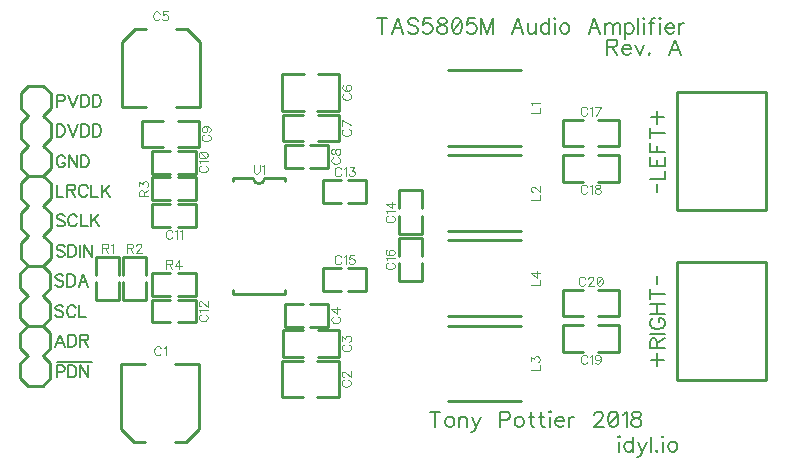
<source format=gbr>
G04 DipTrace 3.1.0.1*
G04 TAS5805Mbis2.TopSilk.gbr*
%MOIN*%
G04 #@! TF.FileFunction,Legend,Top*
G04 #@! TF.Part,Single*
%ADD10C,0.009843*%
%ADD62C,0.004632*%
%ADD63C,0.006176*%
%ADD64C,0.00772*%
%FSLAX26Y26*%
G04*
G70*
G90*
G75*
G01*
G04 TopSilk*
%LPD*%
X784081Y749042D2*
D10*
X864788Y749071D1*
X784081Y749042D2*
Y532519D1*
X827397Y489226D2*
X784081Y532519D1*
X827397Y489226D2*
X864788D1*
X963217Y749071D2*
X1043924Y749042D1*
Y532519D1*
X1000608Y489226D2*
X1043924Y532519D1*
X963217Y489226D2*
X1000608D1*
X1437625Y760866D2*
X1508491D1*
X1319514Y638819D2*
X1390381D1*
X1508491Y760866D2*
Y638819D1*
X1319514Y760866D2*
X1390381D1*
X1319514D2*
Y638819D1*
X1435659D2*
X1508491D1*
X1322221Y861703D2*
X1390977D1*
X1509721D2*
Y774203D1*
X1390977D2*
X1322221D1*
Y861703D1*
X1440965Y774203D2*
X1509721D1*
X1440965Y861703D2*
X1509721D1*
X1390196Y950441D2*
X1330192D1*
X1390196Y874441D2*
X1330192D1*
Y950441D2*
Y874441D1*
X1474192Y950441D2*
X1414187D1*
X1474192Y874441D2*
X1414187D1*
X1474192Y950441D2*
Y874441D1*
X1045892Y1605368D2*
X965185Y1605339D1*
X1045892Y1605368D2*
Y1821891D1*
X1002577Y1865183D2*
X1045892Y1821891D1*
X1002577Y1865183D2*
X965185D1*
X866757Y1605339D2*
X786050Y1605368D1*
Y1821891D1*
X829366Y1865183D2*
X786050Y1821891D1*
X866757Y1865183D2*
X829366D1*
X1439593Y1715591D2*
X1510459D1*
X1321483Y1593543D2*
X1392349D1*
X1510459Y1715591D2*
Y1593543D1*
X1321483Y1715591D2*
X1392349D1*
X1321483D2*
Y1593543D1*
X1437628D2*
X1510459D1*
X1322221Y1580207D2*
X1390977D1*
X1509721D2*
Y1492707D1*
X1390977D2*
X1322221D1*
Y1580207D1*
X1440965Y1492707D2*
X1509721D1*
X1440965Y1580207D2*
X1509721D1*
X1390196Y1479969D2*
X1330192D1*
X1390196Y1403969D2*
X1330192D1*
Y1479969D2*
Y1403969D1*
X1474192Y1479969D2*
X1414187D1*
X1474192Y1403969D2*
X1414187D1*
X1474192Y1479969D2*
Y1403969D1*
X854505Y1560522D2*
X923261D1*
X1042005D2*
Y1473022D1*
X923261D2*
X854505D1*
Y1560522D1*
X973248Y1473022D2*
X1042005D1*
X973248Y1560522D2*
X1042005D1*
X948070Y1460283D2*
X888066D1*
X948070Y1384283D2*
X888066D1*
Y1460283D2*
Y1384283D1*
X1032066Y1460283D2*
X972061D1*
X1032066Y1384283D2*
X972061D1*
X1032066Y1460283D2*
Y1384283D1*
X972061Y1207118D2*
X1032066D1*
X972061Y1283118D2*
X1032066D1*
Y1207118D2*
Y1283118D1*
X888066Y1207118D2*
X948070D1*
X888066Y1283118D2*
X948070D1*
X888066Y1207118D2*
Y1283118D1*
X948070Y964220D2*
X888066D1*
X948070Y888220D2*
X888066D1*
Y964220D2*
Y888220D1*
X1032066Y964220D2*
X972061D1*
X1032066Y888220D2*
X972061D1*
X1032066Y964220D2*
Y888220D1*
X1540958Y1285858D2*
X1600963D1*
X1540958Y1361858D2*
X1600963D1*
Y1285858D2*
Y1361858D1*
X1456963Y1285858D2*
X1516968D1*
X1456963Y1361858D2*
X1516968D1*
X1456963Y1285858D2*
Y1361858D1*
X1709467Y1243950D2*
Y1183945D1*
X1785467Y1243950D2*
Y1183945D1*
X1709467D2*
X1785467D1*
X1709467Y1327945D2*
Y1267940D1*
X1785467Y1327945D2*
Y1267940D1*
X1709467Y1327945D2*
X1785467D1*
X1540958Y992551D2*
X1600963D1*
X1540958Y1068551D2*
X1600963D1*
Y992551D2*
Y1068551D1*
X1456963Y992551D2*
X1516968D1*
X1456963Y1068551D2*
X1516968D1*
X1456963Y992551D2*
Y1068551D1*
X1785467Y1110066D2*
Y1170071D1*
X1709467Y1110066D2*
Y1170071D1*
X1785467D2*
X1709467D1*
X1785467Y1026071D2*
Y1086076D1*
X1709467Y1026071D2*
Y1086076D1*
X1785467Y1026071D2*
X1709467D1*
X2442792Y1476171D2*
X2374036D1*
X2255292D2*
Y1563671D1*
X2374036D2*
X2442792D1*
Y1476171D1*
X2324048Y1563671D2*
X2255292D1*
X2324048Y1476171D2*
X2255292D1*
X2442792Y1357274D2*
X2374036D1*
X2255292D2*
Y1444774D1*
X2374036D2*
X2442792D1*
Y1357274D1*
X2324048Y1444774D2*
X2255292D1*
X2324048Y1357274D2*
X2255292D1*
X2442792Y790344D2*
X2374036D1*
X2255292D2*
Y877844D1*
X2374036D2*
X2442792D1*
Y790344D1*
X2324048Y877844D2*
X2255292D1*
X2324048Y790344D2*
X2255292D1*
X2442792Y909242D2*
X2374036D1*
X2255292D2*
Y996742D1*
X2374036D2*
X2442792D1*
Y909242D1*
X2324048Y996742D2*
X2255292D1*
X2324048Y909242D2*
X2255292D1*
X547467Y902062D2*
Y952009D1*
Y902062D2*
X522467Y877008D1*
X472467D1*
X447467Y902062D1*
X547467Y952009D2*
X522467Y977063D1*
X547467Y1001957D1*
X472467Y1076958D2*
X447467Y1052064D1*
Y1001957D1*
X472467Y977063D1*
X447467Y952009D1*
Y926955D1*
Y902062D1*
X547467Y1001957D2*
Y1052064D1*
X522467Y1076958D1*
X472467D1*
X547467Y702062D2*
Y752009D1*
Y702062D2*
X522467Y677008D1*
X472467D1*
X447467Y702062D1*
X547467Y752009D2*
X522467Y777063D1*
X547467Y801957D1*
X472467Y876958D2*
X447467Y852064D1*
Y801957D1*
X472467Y777063D1*
X447467Y752009D1*
Y726955D1*
Y702062D1*
X547467Y801957D2*
Y852064D1*
X522467Y876958D1*
X472467D1*
X549436Y1102058D2*
Y1152008D1*
Y1102058D2*
X524436Y1077008D1*
X474436D1*
X449436Y1102058D1*
X549436Y1152008D2*
X524436Y1177058D1*
X549436Y1201958D1*
X474436Y1377008D2*
X449436Y1351958D1*
Y1302008D1*
X474436Y1276958D1*
X449436Y1252058D1*
Y1201958D1*
X474436Y1177058D1*
X449436Y1152008D1*
Y1126958D1*
Y1102058D1*
X549436Y1201958D2*
Y1252058D1*
X524436Y1276958D1*
X549436Y1302008D1*
Y1351958D1*
X524436Y1377008D1*
X474436D2*
X524436D1*
X549436Y1402058D2*
Y1452008D1*
Y1402058D2*
X524436Y1377008D1*
X474436D1*
X449436Y1402058D1*
X549436Y1452008D2*
X524436Y1477058D1*
X549436Y1501958D1*
X474436Y1677008D2*
X449436Y1651958D1*
Y1602008D1*
X474436Y1576958D1*
X449436Y1552058D1*
Y1501958D1*
X474436Y1477058D1*
X449436Y1452008D1*
Y1426958D1*
Y1402058D1*
X549436Y1501958D2*
Y1552058D1*
X524436Y1576958D1*
X549436Y1602008D1*
Y1651958D1*
X524436Y1677008D1*
X474436D2*
X524436D1*
X2637231Y1263622D2*
X2932507D1*
Y1657323D1*
X2637231D1*
Y1263622D1*
Y696693D2*
X2932507D1*
Y1090394D1*
X2637231D1*
Y696693D1*
X1873439Y1728189D2*
X2117558D1*
X1873439Y1476220D2*
X2117558D1*
X1873439Y1444724D2*
X2117558D1*
X1873439Y1192756D2*
X2117558D1*
X1873439Y877795D2*
X2117558D1*
X1873439Y625827D2*
X2117558D1*
X1873439Y1161260D2*
X2117558D1*
X1873439Y909291D2*
X2117558D1*
X777593Y1046483D2*
Y1106488D1*
X701593Y1046483D2*
Y1106488D1*
X777593D2*
X701593D1*
X777593Y962488D2*
Y1022493D1*
X701593Y962488D2*
Y1022493D1*
X777593Y962488D2*
X701593D1*
X866176Y1046483D2*
Y1106488D1*
X790176Y1046483D2*
Y1106488D1*
X866176D2*
X790176D1*
X866176Y962488D2*
Y1022493D1*
X790176Y962488D2*
Y1022493D1*
X866176Y962488D2*
X790176D1*
X972061Y1295701D2*
X1032066D1*
X972061Y1371701D2*
X1032066D1*
Y1295701D2*
Y1371701D1*
X888066Y1295701D2*
X948070D1*
X888066Y1371701D2*
X948070D1*
X888066Y1295701D2*
Y1371701D1*
X972061Y976803D2*
X1032066D1*
X972061Y1052803D2*
X1032066D1*
Y976803D2*
Y1052803D1*
X888066Y976803D2*
X948070D1*
X888066Y1052803D2*
X948070D1*
X888066Y976803D2*
Y1052803D1*
X1156910Y1370118D2*
Y1358312D1*
X1330158Y1370118D2*
Y1358312D1*
X1156910Y984291D2*
X1330158D1*
X1156910Y1370118D2*
X1223845Y1370080D1*
X1263223D2*
X1330158Y1370118D1*
X1223845Y1370080D2*
G03X1263223Y1370080I19689J89D01*
G01*
X1330158Y984291D2*
Y996098D1*
X1156910Y984291D2*
Y996098D1*
X916534Y801574D2*
D62*
X915108Y804426D1*
X912223Y807311D1*
X909371Y808737D1*
X903634D1*
X900749Y807311D1*
X897897Y804426D1*
X896438Y801574D1*
X895012Y797263D1*
Y790067D1*
X896438Y785789D1*
X897897Y782904D1*
X900749Y780052D1*
X903634Y778593D1*
X909371D1*
X912223Y780052D1*
X915108Y782904D1*
X916534Y785789D1*
X925797Y802967D2*
X928682Y804426D1*
X932993Y808704D1*
Y778593D1*
X1525829Y695924D2*
X1522977Y694498D1*
X1520092Y691613D1*
X1518666Y688761D1*
Y683024D1*
X1520092Y680139D1*
X1522977Y677287D1*
X1525829Y675828D1*
X1530140Y674402D1*
X1537336D1*
X1541614Y675828D1*
X1544499Y677287D1*
X1547351Y680139D1*
X1548810Y683024D1*
Y688761D1*
X1547351Y691613D1*
X1544499Y694498D1*
X1541614Y695924D1*
X1525862Y706646D2*
X1524436D1*
X1521551Y708072D1*
X1520125Y709498D1*
X1518699Y712383D1*
Y718120D1*
X1520125Y720972D1*
X1521551Y722398D1*
X1524436Y723857D1*
X1527288D1*
X1530173Y722398D1*
X1534451Y719546D1*
X1548810Y705187D1*
Y725283D1*
X1527059Y814034D2*
X1524207Y812608D1*
X1521322Y809723D1*
X1519896Y806871D1*
Y801134D1*
X1521322Y798249D1*
X1524207Y795397D1*
X1527059Y793938D1*
X1531370Y792512D1*
X1538566D1*
X1542844Y793938D1*
X1545729Y795397D1*
X1548581Y798249D1*
X1550040Y801134D1*
Y806871D1*
X1548581Y809723D1*
X1545729Y812608D1*
X1542844Y814034D1*
X1519930Y826183D2*
Y841934D1*
X1531404Y833346D1*
Y837657D1*
X1532829Y840508D1*
X1534255Y841934D1*
X1538566Y843394D1*
X1541418D1*
X1545729Y841934D1*
X1548614Y839082D1*
X1550040Y834771D1*
Y830460D1*
X1548614Y826183D1*
X1547155Y824757D1*
X1544303Y823298D1*
X1491530Y907809D2*
X1488678Y906383D1*
X1485793Y903498D1*
X1484367Y900646D1*
Y894909D1*
X1485793Y892024D1*
X1488678Y889172D1*
X1491530Y887713D1*
X1495841Y886287D1*
X1503037D1*
X1507315Y887713D1*
X1510200Y889172D1*
X1513052Y892024D1*
X1514511Y894909D1*
Y900646D1*
X1513052Y903498D1*
X1510200Y906383D1*
X1507315Y907809D1*
X1514511Y931432D2*
X1484400D1*
X1504463Y917073D1*
Y938595D1*
X912052Y1917716D2*
X910626Y1920568D1*
X907741Y1923453D1*
X904889Y1924879D1*
X899152D1*
X896267Y1923453D1*
X893415Y1920568D1*
X891956Y1917716D1*
X890530Y1913405D1*
Y1906209D1*
X891956Y1901931D1*
X893415Y1899046D1*
X896267Y1896194D1*
X899152Y1894735D1*
X904889D1*
X907741Y1896194D1*
X910626Y1899046D1*
X912052Y1901931D1*
X938527Y1924846D2*
X924201D1*
X922775Y1911946D1*
X924201Y1913372D1*
X928512Y1914831D1*
X932790D1*
X937101Y1913372D1*
X939986Y1910520D1*
X941412Y1906209D1*
Y1903357D1*
X939986Y1899046D1*
X937101Y1896161D1*
X932790Y1894735D1*
X928512D1*
X924201Y1896161D1*
X922775Y1897620D1*
X921316Y1900472D1*
X1527798Y1651378D2*
X1524946Y1649952D1*
X1522061Y1647067D1*
X1520635Y1644215D1*
Y1638478D1*
X1522061Y1635593D1*
X1524946Y1632741D1*
X1527797Y1631282D1*
X1532108Y1629856D1*
X1539305D1*
X1543582Y1631282D1*
X1546468Y1632741D1*
X1549319Y1635593D1*
X1550779Y1638478D1*
Y1644215D1*
X1549319Y1647067D1*
X1546468Y1649952D1*
X1543583Y1651378D1*
X1524946Y1677852D2*
X1522094Y1676426D1*
X1520668Y1672115D1*
Y1669263D1*
X1522094Y1664952D1*
X1526405Y1662067D1*
X1533568Y1660641D1*
X1540731D1*
X1546468Y1662067D1*
X1549353Y1664952D1*
X1550779Y1669263D1*
Y1670689D1*
X1549353Y1674967D1*
X1546468Y1677852D1*
X1542157Y1679278D1*
X1540731D1*
X1536420Y1677852D1*
X1533568Y1674967D1*
X1532142Y1670689D1*
Y1669263D1*
X1533568Y1664952D1*
X1536420Y1662067D1*
X1540731Y1660641D1*
X1527059Y1532538D2*
X1524207Y1531112D1*
X1521322Y1528227D1*
X1519896Y1525375D1*
Y1519638D1*
X1521322Y1516753D1*
X1524207Y1513901D1*
X1527059Y1512442D1*
X1531370Y1511016D1*
X1538566D1*
X1542844Y1512442D1*
X1545729Y1513901D1*
X1548581Y1516753D1*
X1550040Y1519638D1*
Y1525375D1*
X1548581Y1528227D1*
X1545729Y1531112D1*
X1542844Y1532538D1*
X1550040Y1547538D2*
X1519930Y1561897D1*
Y1541802D1*
X1491530Y1438066D2*
X1488678Y1436640D1*
X1485793Y1433755D1*
X1484367Y1430903D1*
Y1425167D1*
X1485793Y1422281D1*
X1488678Y1419430D1*
X1491530Y1417970D1*
X1495841Y1416544D1*
X1503037D1*
X1507315Y1417970D1*
X1510200Y1419430D1*
X1513052Y1422281D1*
X1514511Y1425166D1*
Y1430903D1*
X1513052Y1433755D1*
X1510200Y1436640D1*
X1507315Y1438066D1*
X1484400Y1454493D2*
X1485826Y1450215D1*
X1488678Y1448756D1*
X1491563D1*
X1494415Y1450215D1*
X1495874Y1453067D1*
X1497300Y1458804D1*
X1498726Y1463115D1*
X1501611Y1465967D1*
X1504463Y1467393D1*
X1508774D1*
X1511626Y1465967D1*
X1513085Y1464541D1*
X1514511Y1460230D1*
Y1454493D1*
X1513085Y1450215D1*
X1511626Y1448756D1*
X1508774Y1447330D1*
X1504463D1*
X1501611Y1448756D1*
X1498726Y1451641D1*
X1497300Y1455919D1*
X1495874Y1461656D1*
X1494415Y1464541D1*
X1491563Y1465967D1*
X1488678D1*
X1485826Y1464541D1*
X1484400Y1460230D1*
Y1454493D1*
X1059343Y1513566D2*
X1056491Y1512140D1*
X1053606Y1509255D1*
X1052180Y1506403D1*
Y1500666D1*
X1053606Y1497781D1*
X1056491Y1494929D1*
X1059343Y1493470D1*
X1063654Y1492044D1*
X1070850D1*
X1075128Y1493470D1*
X1078013Y1494929D1*
X1080865Y1497781D1*
X1082324Y1500666D1*
Y1506403D1*
X1080865Y1509255D1*
X1078013Y1512140D1*
X1075128Y1513566D1*
X1062228Y1541499D2*
X1066539Y1540040D1*
X1069424Y1537188D1*
X1070850Y1532877D1*
Y1531451D1*
X1069424Y1527140D1*
X1066539Y1524289D1*
X1062228Y1522829D1*
X1060802D1*
X1056491Y1524289D1*
X1053639Y1527140D1*
X1052213Y1531451D1*
Y1532877D1*
X1053639Y1537188D1*
X1056491Y1540040D1*
X1062228Y1541499D1*
X1069424D1*
X1076587Y1540040D1*
X1080898Y1537188D1*
X1082324Y1532877D1*
Y1530025D1*
X1080898Y1525714D1*
X1078013Y1524289D1*
X1049404Y1410135D2*
X1046552Y1408709D1*
X1043667Y1405824D1*
X1042241Y1402972D1*
Y1397235D1*
X1043667Y1394350D1*
X1046552Y1391498D1*
X1049404Y1390039D1*
X1053715Y1388613D1*
X1060911D1*
X1065189Y1390039D1*
X1068074Y1391498D1*
X1070926Y1394350D1*
X1072385Y1397235D1*
Y1402972D1*
X1070926Y1405824D1*
X1068074Y1408709D1*
X1065189Y1410135D1*
X1048011Y1419398D2*
X1046552Y1422284D1*
X1042274Y1426595D1*
X1072385Y1426594D1*
X1042274Y1444480D2*
X1043700Y1440169D1*
X1048011Y1437284D1*
X1055174Y1435858D1*
X1059485D1*
X1066648Y1437284D1*
X1070959Y1440169D1*
X1072385Y1444480D1*
Y1447332D1*
X1070959Y1451643D1*
X1066648Y1454495D1*
X1059485Y1455954D1*
X1055174D1*
X1048011Y1454495D1*
X1043700Y1451643D1*
X1042274Y1447332D1*
Y1444480D1*
X1048011Y1454495D2*
X1066648Y1437284D1*
X954367Y1189780D2*
X952941Y1192632D1*
X950056Y1195517D1*
X947204Y1196943D1*
X941467D1*
X938582Y1195517D1*
X935730Y1192632D1*
X934271Y1189780D1*
X932845Y1185469D1*
Y1178273D1*
X934271Y1173995D1*
X935730Y1171110D1*
X938582Y1168258D1*
X941467Y1166799D1*
X947204D1*
X950056Y1168258D1*
X952941Y1171110D1*
X954367Y1173995D1*
X963631Y1191173D2*
X966516Y1192632D1*
X970827Y1196910D1*
Y1166799D1*
X980090Y1191173D2*
X982975Y1192632D1*
X987286Y1196910D1*
Y1166799D1*
X1049404Y914072D2*
X1046552Y912646D1*
X1043667Y909761D1*
X1042241Y906909D1*
Y901172D1*
X1043667Y898287D1*
X1046552Y895435D1*
X1049404Y893976D1*
X1053715Y892550D1*
X1060911D1*
X1065189Y893976D1*
X1068074Y895435D1*
X1070926Y898287D1*
X1072385Y901172D1*
Y906909D1*
X1070926Y909761D1*
X1068074Y912646D1*
X1065189Y914072D1*
X1048011Y923335D2*
X1046552Y926221D1*
X1042274Y930532D1*
X1072385D1*
X1049437Y941254D2*
X1048011D1*
X1045126Y942680D1*
X1043700Y944106D1*
X1042274Y946991D1*
Y952728D1*
X1043700Y955580D1*
X1045126Y957006D1*
X1048011Y958465D1*
X1050863D1*
X1053748Y957006D1*
X1058026Y954154D1*
X1072385Y939795D1*
Y959891D1*
X1516815Y1398629D2*
X1515389Y1401481D1*
X1512504Y1404366D1*
X1509652Y1405792D1*
X1503915D1*
X1501030Y1404366D1*
X1498178Y1401481D1*
X1496719Y1398629D1*
X1495293Y1394318D1*
Y1387122D1*
X1496719Y1382844D1*
X1498178Y1379959D1*
X1501030Y1377107D1*
X1503915Y1375648D1*
X1509652D1*
X1512504Y1377107D1*
X1515389Y1379959D1*
X1516815Y1382844D1*
X1526078Y1400022D2*
X1528963Y1401481D1*
X1533274Y1405759D1*
Y1375648D1*
X1545423Y1405759D2*
X1561175D1*
X1552586Y1394285D1*
X1556897D1*
X1559749Y1392859D1*
X1561175Y1391433D1*
X1562634Y1387122D1*
Y1384270D1*
X1561175Y1379959D1*
X1558323Y1377074D1*
X1554012Y1375648D1*
X1549701D1*
X1545423Y1377074D1*
X1543997Y1378533D1*
X1542538Y1381385D1*
X1672696Y1243083D2*
X1669844Y1241657D1*
X1666959Y1238772D1*
X1665533Y1235920D1*
Y1230184D1*
X1666959Y1227298D1*
X1669844Y1224447D1*
X1672696Y1222987D1*
X1677007Y1221561D1*
X1684203D1*
X1688481Y1222987D1*
X1691366Y1224447D1*
X1694218Y1227298D1*
X1695677Y1230183D1*
Y1235920D1*
X1694218Y1238772D1*
X1691366Y1241657D1*
X1688481Y1243083D1*
X1671304Y1252347D2*
X1669844Y1255232D1*
X1665567Y1259543D1*
X1695677D1*
Y1283166D2*
X1665567D1*
X1685629Y1268806D1*
Y1290328D1*
X1516815Y1105322D2*
X1515389Y1108174D1*
X1512504Y1111059D1*
X1509652Y1112485D1*
X1503915D1*
X1501030Y1111059D1*
X1498178Y1108174D1*
X1496719Y1105322D1*
X1495293Y1101011D1*
Y1093815D1*
X1496719Y1089537D1*
X1498178Y1086652D1*
X1501030Y1083800D1*
X1503915Y1082341D1*
X1509652D1*
X1512504Y1083800D1*
X1515389Y1086652D1*
X1516815Y1089537D1*
X1526078Y1106715D2*
X1528963Y1108174D1*
X1533274Y1112452D1*
Y1082341D1*
X1559749Y1112452D2*
X1545423D1*
X1543997Y1099552D1*
X1545423Y1100978D1*
X1549734Y1102437D1*
X1554012D1*
X1558323Y1100978D1*
X1561208Y1098126D1*
X1562634Y1093815D1*
Y1090963D1*
X1561208Y1086652D1*
X1558323Y1083767D1*
X1554012Y1082341D1*
X1549734D1*
X1545423Y1083767D1*
X1543997Y1085226D1*
X1542538Y1088078D1*
X1672696Y1086652D2*
X1669844Y1085226D1*
X1666959Y1082341D1*
X1665533Y1079489D1*
Y1073752D1*
X1666959Y1070867D1*
X1669844Y1068015D1*
X1672696Y1066556D1*
X1677007Y1065130D1*
X1684203D1*
X1688481Y1066556D1*
X1691366Y1068015D1*
X1694218Y1070867D1*
X1695677Y1073752D1*
Y1079489D1*
X1694218Y1082341D1*
X1691366Y1085226D1*
X1688481Y1086652D1*
X1671304Y1095915D2*
X1669844Y1098800D1*
X1665567Y1103112D1*
X1695677Y1103111D1*
X1669844Y1129586D2*
X1666993Y1128160D1*
X1665567Y1123849D1*
Y1120997D1*
X1666993Y1116686D1*
X1671304Y1113801D1*
X1678466Y1112375D1*
X1685629D1*
X1691366Y1113801D1*
X1694251Y1116686D1*
X1695677Y1120997D1*
Y1122423D1*
X1694251Y1126701D1*
X1691366Y1129586D1*
X1687055Y1131012D1*
X1685629D1*
X1681318Y1129586D1*
X1678466Y1126701D1*
X1677041Y1122423D1*
Y1120997D1*
X1678466Y1116686D1*
X1681318Y1113801D1*
X1685629Y1112375D1*
X2336893Y1600442D2*
X2335467Y1603294D1*
X2332582Y1606179D1*
X2329730Y1607605D1*
X2323993D1*
X2321108Y1606179D1*
X2318256Y1603294D1*
X2316797Y1600442D1*
X2315371Y1596131D1*
Y1588935D1*
X2316797Y1584657D1*
X2318256Y1581772D1*
X2321108Y1578920D1*
X2323993Y1577461D1*
X2329730D1*
X2332582Y1578920D1*
X2335467Y1581772D1*
X2336893Y1584657D1*
X2346157Y1601835D2*
X2349042Y1603294D1*
X2353353Y1607572D1*
Y1577461D1*
X2368354D2*
X2382713Y1607572D1*
X2362617D1*
X2336910Y1339935D2*
X2335484Y1342787D1*
X2332599Y1345672D1*
X2329747Y1347098D1*
X2324010D1*
X2321125Y1345672D1*
X2318273Y1342787D1*
X2316814Y1339935D1*
X2315388Y1335624D1*
Y1328428D1*
X2316814Y1324150D1*
X2318273Y1321265D1*
X2321125Y1318414D1*
X2324010Y1316954D1*
X2329747D1*
X2332599Y1318414D1*
X2335484Y1321265D1*
X2336910Y1324150D1*
X2346174Y1341328D2*
X2349059Y1342787D1*
X2353370Y1347065D1*
Y1316954D1*
X2369796Y1347065D2*
X2365518Y1345639D1*
X2364059Y1342787D1*
Y1339902D1*
X2365518Y1337050D1*
X2368370Y1335591D1*
X2374107Y1334165D1*
X2378418Y1332739D1*
X2381270Y1329854D1*
X2382696Y1327002D1*
Y1322691D1*
X2381270Y1319839D1*
X2379844Y1318380D1*
X2375533Y1316954D1*
X2369796D1*
X2365518Y1318380D1*
X2364059Y1319839D1*
X2362633Y1322691D1*
Y1327002D1*
X2364059Y1329854D1*
X2366944Y1332739D1*
X2371222Y1334165D1*
X2376959Y1335591D1*
X2379844Y1337050D1*
X2381270Y1339902D1*
Y1342787D1*
X2379844Y1345639D1*
X2375533Y1347065D1*
X2369796D1*
X2337606Y773006D2*
X2336180Y775858D1*
X2333295Y778743D1*
X2330443Y780169D1*
X2324706D1*
X2321821Y778743D1*
X2318969Y775858D1*
X2317510Y773006D1*
X2316084Y768695D1*
Y761499D1*
X2317510Y757221D1*
X2318969Y754336D1*
X2321821Y751484D1*
X2324706Y750025D1*
X2330443D1*
X2333295Y751484D1*
X2336180Y754336D1*
X2337606Y757221D1*
X2346870Y774399D2*
X2349755Y775858D1*
X2354066Y780136D1*
Y750025D1*
X2382000Y770121D2*
X2380540Y765810D1*
X2377689Y762925D1*
X2373378Y761499D1*
X2371952D1*
X2367641Y762925D1*
X2364789Y765810D1*
X2363330Y770121D1*
Y771547D1*
X2364789Y775858D1*
X2367641Y778710D1*
X2371952Y780136D1*
X2373378D1*
X2377689Y778710D1*
X2380540Y775858D1*
X2382000Y770121D1*
Y762925D1*
X2380540Y755762D1*
X2377689Y751451D1*
X2373378Y750025D1*
X2370526D1*
X2366215Y751451D1*
X2364789Y754336D1*
X2330443Y1033513D2*
X2329017Y1036365D1*
X2326132Y1039250D1*
X2323280Y1040676D1*
X2317544D1*
X2314658Y1039250D1*
X2311807Y1036365D1*
X2310347Y1033513D1*
X2308921Y1029202D1*
Y1022006D1*
X2310347Y1017728D1*
X2311807Y1014843D1*
X2314658Y1011991D1*
X2317544Y1010532D1*
X2323280D1*
X2326132Y1011991D1*
X2329017Y1014843D1*
X2330443Y1017728D1*
X2341166Y1033480D2*
Y1034906D1*
X2342592Y1037791D1*
X2344018Y1039217D1*
X2346903Y1040643D1*
X2352640D1*
X2355492Y1039217D1*
X2356918Y1037791D1*
X2358377Y1034906D1*
Y1032054D1*
X2356918Y1029169D1*
X2354066Y1024891D1*
X2339707Y1010532D1*
X2359803D1*
X2377689Y1040643D2*
X2373378Y1039217D1*
X2370492Y1034906D1*
X2369067Y1027743D1*
Y1023432D1*
X2370492Y1016269D1*
X2373378Y1011958D1*
X2377689Y1010532D1*
X2380540D1*
X2384851Y1011958D1*
X2387703Y1016269D1*
X2389163Y1023432D1*
Y1027743D1*
X2387703Y1034906D1*
X2384851Y1039217D1*
X2380540Y1040643D1*
X2377689D1*
X2387703Y1034906D2*
X2370492Y1016269D1*
X2149375Y1585370D2*
X2179519D1*
Y1602580D1*
X2155145Y1611844D2*
X2153686Y1614729D1*
X2149408Y1619040D1*
X2179519D1*
X2149375Y1295455D2*
X2179519D1*
Y1312666D1*
X2156571Y1323389D2*
X2155145D1*
X2152260Y1324815D1*
X2150834Y1326241D1*
X2149408Y1329126D1*
Y1334863D1*
X2150834Y1337714D1*
X2152260Y1339140D1*
X2155145Y1340599D1*
X2157997D1*
X2160882Y1339140D1*
X2165160Y1336288D1*
X2179519Y1321929D1*
Y1342025D1*
X2149375Y728526D2*
X2179519D1*
Y745737D1*
X2149408Y757885D2*
Y773637D1*
X2160882Y765048D1*
Y769359D1*
X2162308Y772211D1*
X2163734Y773637D1*
X2168045Y775096D1*
X2170897D1*
X2175208Y773637D1*
X2178093Y770785D1*
X2179519Y766474D1*
Y762163D1*
X2178093Y757885D1*
X2176634Y756459D1*
X2173782Y755000D1*
X2149375Y1011278D2*
X2179519D1*
Y1028488D1*
Y1052111D2*
X2149408D1*
X2169471Y1037752D1*
Y1059274D1*
X721315Y1136063D2*
X734215D1*
X738526Y1137522D1*
X739985Y1138948D1*
X741411Y1141800D1*
Y1144685D1*
X739985Y1147537D1*
X738526Y1148996D1*
X734215Y1150422D1*
X721315D1*
Y1120278D1*
X731363Y1136063D2*
X741411Y1120278D1*
X750675Y1144652D2*
X753560Y1146111D1*
X757871Y1150389D1*
Y1120278D1*
X803448Y1136063D2*
X816348D1*
X820659Y1137522D1*
X822118Y1138948D1*
X823544Y1141800D1*
Y1144685D1*
X822118Y1147537D1*
X820659Y1148996D1*
X816348Y1150422D1*
X803448D1*
Y1120278D1*
X813496Y1136063D2*
X823544Y1120278D1*
X834267Y1143226D2*
Y1144652D1*
X835693Y1147537D1*
X837119Y1148963D1*
X840004Y1150389D1*
X845741D1*
X848593Y1148963D1*
X850019Y1147537D1*
X851478Y1144652D1*
Y1141800D1*
X850019Y1138915D1*
X847167Y1134637D1*
X832808Y1120278D1*
X852904D1*
X858491Y1308973D2*
Y1321873D1*
X857032Y1326184D1*
X855606Y1327643D1*
X852754Y1329069D1*
X849869D1*
X847017Y1327643D1*
X845558Y1326184D1*
X844132Y1321873D1*
Y1308973D1*
X874276D1*
X858491Y1319021D2*
X874276Y1329069D1*
X844165Y1341218D2*
Y1356970D1*
X855639Y1348381D1*
Y1352692D1*
X857065Y1355544D1*
X858491Y1356969D1*
X862802Y1358429D1*
X865654D1*
X869965Y1356969D1*
X872850Y1354118D1*
X874276Y1349807D1*
Y1345496D1*
X872850Y1341218D1*
X871391Y1339792D1*
X868539Y1338333D1*
X934625Y1082378D2*
X947525D1*
X951836Y1083837D1*
X953295Y1085263D1*
X954721Y1088115D1*
Y1091000D1*
X953295Y1093852D1*
X951836Y1095311D1*
X947525Y1096737D1*
X934625D1*
Y1066593D1*
X944673Y1082378D2*
X954721Y1066593D1*
X978343D2*
Y1096704D1*
X963984Y1076641D1*
X985506D1*
X1225256Y1414052D2*
Y1392530D1*
X1226682Y1388219D1*
X1229567Y1385367D1*
X1233878Y1383908D1*
X1236730D1*
X1241041Y1385367D1*
X1243926Y1388219D1*
X1245352Y1392530D1*
Y1414052D1*
X1254616Y1408282D2*
X1257501Y1409741D1*
X1261812Y1414019D1*
Y1383908D1*
X568758Y1625372D2*
D63*
X586003D1*
X591706Y1627273D1*
X593652Y1629219D1*
X595553Y1633021D1*
Y1638769D1*
X593652Y1642572D1*
X591706Y1644517D1*
X586003Y1646419D1*
X568758D1*
Y1606227D1*
X607905Y1646419D2*
X623203Y1606227D1*
X638502Y1646419D1*
X650853D2*
Y1606227D1*
X664250D1*
X669998Y1608172D1*
X673845Y1611975D1*
X675747Y1615821D1*
X677648Y1621525D1*
Y1631120D1*
X675747Y1636868D1*
X673845Y1640671D1*
X669998Y1644517D1*
X664250Y1646419D1*
X650853D1*
X689999D2*
Y1606227D1*
X703397D1*
X709145Y1608172D1*
X712991Y1611975D1*
X714893Y1615821D1*
X716794Y1621525D1*
Y1631120D1*
X714893Y1636868D1*
X712991Y1640671D1*
X709145Y1644517D1*
X703397Y1646419D1*
X689999D1*
X568758Y1547993D2*
Y1507801D1*
X582156D1*
X587904Y1509747D1*
X591751Y1513549D1*
X593652Y1517396D1*
X595553Y1523100D1*
Y1532695D1*
X593652Y1538443D1*
X591751Y1542245D1*
X587904Y1546092D1*
X582156Y1547993D1*
X568758D1*
X607905D2*
X623203Y1507801D1*
X638502Y1547993D1*
X650853D2*
Y1507801D1*
X664250D1*
X669998Y1509747D1*
X673845Y1513549D1*
X675747Y1517396D1*
X677648Y1523100D1*
Y1532695D1*
X675747Y1538443D1*
X673845Y1542245D1*
X669998Y1546092D1*
X664250Y1547993D1*
X650853D1*
X689999D2*
Y1507801D1*
X703397D1*
X709145Y1509747D1*
X712991Y1513549D1*
X714893Y1517396D1*
X716794Y1523100D1*
Y1532695D1*
X714893Y1538443D1*
X712991Y1542245D1*
X709145Y1546092D1*
X703397Y1547993D1*
X689999D1*
X597454Y1436081D2*
X595553Y1439883D1*
X591706Y1443730D1*
X587904Y1445631D1*
X580255D1*
X576408Y1443730D1*
X572605Y1439883D1*
X570660Y1436081D1*
X568758Y1430333D1*
Y1420738D1*
X570660Y1415034D1*
X572605Y1411187D1*
X576408Y1407385D1*
X580255Y1405439D1*
X587904D1*
X591706Y1407385D1*
X595553Y1411187D1*
X597454Y1415034D1*
Y1420738D1*
X587904D1*
X636600Y1445631D2*
Y1405439D1*
X609806Y1445631D1*
Y1405439D1*
X648952Y1445631D2*
Y1405439D1*
X662349D1*
X668097Y1407385D1*
X671944Y1411187D1*
X673845Y1415034D1*
X675747Y1420738D1*
Y1430333D1*
X673845Y1436081D1*
X671944Y1439883D1*
X668097Y1443730D1*
X662349Y1445631D1*
X648952D1*
X568758Y1347206D2*
Y1307014D1*
X591706D1*
X604058Y1328061D2*
X621258D1*
X627006Y1330006D1*
X628951Y1331907D1*
X630852Y1335710D1*
Y1339557D1*
X628951Y1343359D1*
X627006Y1345305D1*
X621258Y1347206D1*
X604058D1*
Y1307014D1*
X617455Y1328061D2*
X630852Y1307014D1*
X671900Y1337655D2*
X669998Y1341458D1*
X666152Y1345305D1*
X662349Y1347206D1*
X654700D1*
X650853Y1345305D1*
X647051Y1341458D1*
X645105Y1337655D1*
X643204Y1331907D1*
Y1322313D1*
X645105Y1316609D1*
X647051Y1312762D1*
X650853Y1308959D1*
X654700Y1307014D1*
X662349D1*
X666152Y1308959D1*
X669998Y1312762D1*
X671900Y1316609D1*
X684251Y1347206D2*
Y1307014D1*
X707199D1*
X719550Y1347206D2*
Y1307014D1*
X746345Y1347206D2*
X719550Y1320411D1*
X729101Y1330006D2*
X746345Y1307014D1*
X595553Y1243033D2*
X591751Y1246880D1*
X586003Y1248781D1*
X578353D1*
X572605Y1246880D1*
X568758Y1243033D1*
Y1239230D1*
X570704Y1235383D1*
X572605Y1233482D1*
X576408Y1231581D1*
X587904Y1227734D1*
X591751Y1225833D1*
X593652Y1223887D1*
X595553Y1220085D1*
Y1214337D1*
X591751Y1210534D1*
X586003Y1208589D1*
X578353D1*
X572605Y1210534D1*
X568758Y1214337D1*
X636600Y1239230D2*
X634699Y1243033D1*
X630852Y1246880D1*
X627050Y1248781D1*
X619401D1*
X615554Y1246880D1*
X611751Y1243033D1*
X609806Y1239230D1*
X607905Y1233482D1*
Y1223887D1*
X609806Y1218184D1*
X611751Y1214337D1*
X615554Y1210534D1*
X619401Y1208589D1*
X627050D1*
X630852Y1210534D1*
X634699Y1214337D1*
X636600Y1218184D1*
X648952Y1248781D2*
Y1208589D1*
X671900D1*
X684251Y1248781D2*
Y1208589D1*
X711046Y1248781D2*
X684251Y1221986D1*
X693802Y1231581D2*
X711046Y1208589D1*
X595553Y1140671D2*
X591751Y1144517D1*
X586003Y1146419D1*
X578353D1*
X572605Y1144517D1*
X568758Y1140671D1*
Y1136868D1*
X570704Y1133021D1*
X572605Y1131120D1*
X576408Y1129219D1*
X587904Y1125372D1*
X591751Y1123471D1*
X593652Y1121525D1*
X595553Y1117723D1*
Y1111975D1*
X591751Y1108172D1*
X586003Y1106227D1*
X578353D1*
X572605Y1108172D1*
X568758Y1111975D1*
X607905Y1146419D2*
Y1106227D1*
X621302D1*
X627050Y1108172D1*
X630897Y1111975D1*
X632798Y1115821D1*
X634699Y1121525D1*
Y1131120D1*
X632798Y1136868D1*
X630897Y1140671D1*
X627050Y1144517D1*
X621302Y1146419D1*
X607905D1*
X647051D2*
Y1106227D1*
X686197Y1146419D2*
Y1106227D1*
X659402Y1146419D1*
Y1106227D1*
X591616Y1042245D2*
X587814Y1046092D1*
X582066Y1047993D1*
X574416D1*
X568668Y1046092D1*
X564821Y1042245D1*
Y1038443D1*
X566767Y1034596D1*
X568668Y1032695D1*
X572471Y1030794D1*
X583967Y1026947D1*
X587814Y1025046D1*
X589715Y1023100D1*
X591616Y1019297D1*
Y1013549D1*
X587814Y1009747D1*
X582066Y1007801D1*
X574416D1*
X568668Y1009747D1*
X564821Y1013549D1*
X603968Y1047993D2*
Y1007801D1*
X617365D1*
X623113Y1009747D1*
X626960Y1013549D1*
X628861Y1017396D1*
X630762Y1023100D1*
Y1032695D1*
X628861Y1038443D1*
X626960Y1042245D1*
X623113Y1046092D1*
X617365Y1047993D1*
X603968D1*
X673755Y1007801D2*
X658412Y1047993D1*
X643114Y1007801D1*
X648862Y1021199D2*
X668007D1*
X591616Y939883D2*
X587814Y943730D1*
X582066Y945631D1*
X574416D1*
X568668Y943730D1*
X564821Y939883D1*
Y936081D1*
X566767Y932234D1*
X568668Y930333D1*
X572471Y928431D1*
X583967Y924585D1*
X587814Y922683D1*
X589715Y920738D1*
X591616Y916935D1*
Y911187D1*
X587814Y907385D1*
X582066Y905439D1*
X574416D1*
X568668Y907385D1*
X564821Y911187D1*
X632663Y936081D2*
X630762Y939883D1*
X626915Y943730D1*
X623113Y945631D1*
X615464D1*
X611617Y943730D1*
X607814Y939883D1*
X605869Y936081D1*
X603968Y930333D1*
Y920738D1*
X605869Y915034D1*
X607814Y911187D1*
X611617Y907385D1*
X615464Y905439D1*
X623113D1*
X626915Y907385D1*
X630762Y911187D1*
X632663Y915034D1*
X645015Y945631D2*
Y905439D1*
X667963D1*
X595463Y807014D2*
X580120Y847206D1*
X564821Y807014D1*
X570569Y820411D2*
X589715D1*
X607814Y847206D2*
Y807014D1*
X621212D1*
X626960Y808959D1*
X630806Y812762D1*
X632708Y816609D1*
X634609Y822313D1*
Y831907D1*
X632708Y837655D1*
X630806Y841458D1*
X626960Y845305D1*
X621212Y847206D1*
X607814D1*
X646960Y828061D2*
X664160D1*
X669908Y830006D1*
X671854Y831907D1*
X673755Y835710D1*
Y839557D1*
X671854Y843359D1*
X669908Y845305D1*
X664160Y847206D1*
X646960D1*
Y807014D1*
X660358Y828061D2*
X673755Y807014D1*
X568758Y723797D2*
X586003D1*
X591706Y725698D1*
X593652Y727644D1*
X595553Y731446D1*
Y737195D1*
X593652Y740997D1*
X591706Y742943D1*
X586003Y744844D1*
X568758D1*
Y704652D1*
X607905Y744844D2*
Y704652D1*
X621302D1*
X627050Y706597D1*
X630897Y710400D1*
X632798Y714247D1*
X634699Y719950D1*
Y729545D1*
X632798Y735293D1*
X630897Y739096D1*
X627050Y742943D1*
X621302Y744844D1*
X607905D1*
X673845D2*
Y704652D1*
X647051Y744844D1*
Y704652D1*
X568758Y755323D2*
X686197D1*
X1653978Y1901310D2*
D64*
Y1851070D1*
X1637231Y1901310D2*
X1670725D1*
X1724466Y1851070D2*
X1705287Y1901310D1*
X1686164Y1851070D1*
X1693349Y1867817D2*
X1717281D1*
X1773398Y1894125D2*
X1768645Y1898934D1*
X1761460Y1901310D1*
X1751898D1*
X1744713Y1898934D1*
X1739905Y1894125D1*
Y1889372D1*
X1742337Y1884564D1*
X1744713Y1882187D1*
X1749466Y1879810D1*
X1763837Y1875002D1*
X1768645Y1872625D1*
X1771022Y1870194D1*
X1773398Y1865440D1*
Y1858255D1*
X1768645Y1853502D1*
X1761460Y1851070D1*
X1751898D1*
X1744713Y1853502D1*
X1739905Y1858255D1*
X1817522Y1901255D2*
X1793646D1*
X1791269Y1879755D1*
X1793646Y1882132D1*
X1800831Y1884564D1*
X1807961D1*
X1815146Y1882132D1*
X1819954Y1877379D1*
X1822331Y1870194D1*
Y1865440D1*
X1819954Y1858255D1*
X1815146Y1853447D1*
X1807961Y1851070D1*
X1800831D1*
X1793646Y1853447D1*
X1791269Y1855879D1*
X1788837Y1860632D1*
X1849708Y1901255D2*
X1842578Y1898878D1*
X1840147Y1894125D1*
Y1889317D1*
X1842578Y1884564D1*
X1847332Y1882132D1*
X1856893Y1879755D1*
X1864078Y1877379D1*
X1868831Y1872570D1*
X1871208Y1867817D1*
Y1860632D1*
X1868831Y1855879D1*
X1866455Y1853447D1*
X1859270Y1851070D1*
X1849708D1*
X1842578Y1853447D1*
X1840147Y1855879D1*
X1837770Y1860632D1*
Y1867817D1*
X1840147Y1872570D1*
X1844955Y1877379D1*
X1852085Y1879755D1*
X1861646Y1882132D1*
X1866455Y1884564D1*
X1868831Y1889317D1*
Y1894125D1*
X1866455Y1898878D1*
X1859270Y1901255D1*
X1849708D1*
X1901017D2*
X1893832Y1898878D1*
X1889024Y1891693D1*
X1886647Y1879755D1*
Y1872570D1*
X1889024Y1860632D1*
X1893832Y1853447D1*
X1901017Y1851070D1*
X1905771D1*
X1912956Y1853447D1*
X1917709Y1860632D1*
X1920141Y1872570D1*
Y1879755D1*
X1917709Y1891693D1*
X1912956Y1898878D1*
X1905771Y1901255D1*
X1901017D1*
X1917709Y1891693D2*
X1889024Y1860632D1*
X1964265Y1901255D2*
X1940388D1*
X1938012Y1879755D1*
X1940388Y1882132D1*
X1947573Y1884564D1*
X1954703D1*
X1961888Y1882132D1*
X1966697Y1877379D1*
X1969073Y1870194D1*
Y1865440D1*
X1966697Y1858255D1*
X1961888Y1853447D1*
X1954703Y1851070D1*
X1947573D1*
X1940388Y1853447D1*
X1938012Y1855879D1*
X1935580Y1860632D1*
X2022759Y1851070D2*
Y1901310D1*
X2003636Y1851070D1*
X1984512Y1901310D1*
Y1851070D1*
X2125101D2*
X2105922Y1901310D1*
X2086799Y1851070D1*
X2093984Y1867817D2*
X2117916D1*
X2140540Y1884564D2*
Y1860632D1*
X2142917Y1853502D1*
X2147725Y1851070D1*
X2154910D1*
X2159663Y1853502D1*
X2166849Y1860632D1*
Y1884564D2*
Y1851070D1*
X2210973Y1901310D2*
Y1851070D1*
Y1877379D2*
X2206219Y1882187D1*
X2201411Y1884564D1*
X2194226D1*
X2189473Y1882187D1*
X2184664Y1877379D1*
X2182288Y1870194D1*
Y1865440D1*
X2184664Y1858255D1*
X2189473Y1853502D1*
X2194226Y1851070D1*
X2201411D1*
X2206219Y1853502D1*
X2210973Y1858255D1*
X2226412Y1901310D2*
X2228789Y1898934D1*
X2231220Y1901310D1*
X2228789Y1903742D1*
X2226412Y1901310D1*
X2228789Y1884564D2*
Y1851070D1*
X2258598Y1884564D2*
X2253845Y1882187D1*
X2249036Y1877379D1*
X2246660Y1870194D1*
Y1865440D1*
X2249036Y1858255D1*
X2253845Y1853502D1*
X2258598Y1851070D1*
X2265783D1*
X2270591Y1853502D1*
X2275344Y1858255D1*
X2277776Y1865440D1*
Y1870194D1*
X2275344Y1877379D1*
X2270591Y1882187D1*
X2265783Y1884564D1*
X2258598D1*
X2380118Y1851070D2*
X2360940Y1901310D1*
X2341817Y1851070D1*
X2349002Y1867817D2*
X2372933D1*
X2395558Y1884564D2*
Y1851070D1*
Y1875002D2*
X2402743Y1882187D1*
X2407551Y1884564D1*
X2414681D1*
X2419489Y1882187D1*
X2421866Y1875002D1*
Y1851070D1*
Y1875002D2*
X2429051Y1882187D1*
X2433859Y1884564D1*
X2440989D1*
X2445798Y1882187D1*
X2448229Y1875002D1*
Y1851070D1*
X2463669Y1884564D2*
Y1834324D1*
Y1877379D2*
X2468477Y1882132D1*
X2473230Y1884564D1*
X2480415D1*
X2485224Y1882132D1*
X2489977Y1877379D1*
X2492409Y1870194D1*
Y1865385D1*
X2489977Y1858255D1*
X2485224Y1853447D1*
X2480415Y1851070D1*
X2473230D1*
X2468477Y1853447D1*
X2463669Y1858255D1*
X2507848Y1901310D2*
Y1851070D1*
X2523287Y1901310D2*
X2525664Y1898934D1*
X2528096Y1901310D1*
X2525664Y1903742D1*
X2523287Y1901310D1*
X2525664Y1884564D2*
Y1851070D1*
X2562658Y1901310D2*
X2557905D1*
X2553097Y1898934D1*
X2550720Y1891749D1*
Y1851070D1*
X2543535Y1884564D2*
X2560282D1*
X2578098Y1901310D2*
X2580474Y1898934D1*
X2582906Y1901310D1*
X2580474Y1903742D1*
X2578098Y1901310D1*
X2580474Y1884564D2*
Y1851070D1*
X2598345Y1870194D2*
X2627030D1*
Y1875002D1*
X2624654Y1879810D1*
X2622277Y1882187D1*
X2617469Y1884564D1*
X2610283D1*
X2605530Y1882187D1*
X2600722Y1877379D1*
X2598345Y1870194D1*
Y1865440D1*
X2600722Y1858255D1*
X2605530Y1853502D1*
X2610283Y1851070D1*
X2617469D1*
X2622277Y1853502D1*
X2627030Y1858255D1*
X2642469Y1884564D2*
Y1851070D1*
Y1870194D2*
X2644901Y1877379D1*
X2649654Y1882187D1*
X2654463Y1884564D1*
X2661648D1*
X1831143Y590287D2*
Y540047D1*
X1814397Y590287D2*
X1847890D1*
X1875267Y573540D2*
X1870514Y571163D1*
X1865706Y566355D1*
X1863329Y559170D1*
Y554417D1*
X1865706Y547232D1*
X1870514Y542479D1*
X1875267Y540047D1*
X1882452D1*
X1887261Y542479D1*
X1892014Y547232D1*
X1894446Y554417D1*
Y559170D1*
X1892014Y566355D1*
X1887261Y571163D1*
X1882452Y573540D1*
X1875267D1*
X1909885D2*
Y540047D1*
Y563978D2*
X1917070Y571163D1*
X1921879Y573540D1*
X1929008D1*
X1933817Y571163D1*
X1936193Y563978D1*
Y540047D1*
X1954065Y573540D2*
X1968379Y540047D1*
X1963626Y530485D1*
X1958818Y525677D1*
X1954065Y523300D1*
X1951633D1*
X1982749Y573540D2*
X1968379Y540047D1*
X2046790Y563978D2*
X2068345D1*
X2075475Y566355D1*
X2077906Y568787D1*
X2080283Y573540D1*
Y580725D1*
X2077906Y585478D1*
X2075475Y587910D1*
X2068345Y590287D1*
X2046790D1*
Y540047D1*
X2107660Y573540D2*
X2102907Y571163D1*
X2098099Y566355D1*
X2095722Y559170D1*
Y554417D1*
X2098099Y547232D1*
X2102907Y542479D1*
X2107660Y540047D1*
X2114845D1*
X2119654Y542479D1*
X2124407Y547232D1*
X2126839Y554417D1*
Y559170D1*
X2124407Y566355D1*
X2119654Y571163D1*
X2114845Y573540D1*
X2107660D1*
X2149463Y590287D2*
Y549608D1*
X2151840Y542479D1*
X2156648Y540047D1*
X2161401D1*
X2142278Y573540D2*
X2159025D1*
X2184026Y590287D2*
Y549608D1*
X2186402Y542479D1*
X2191211Y540047D1*
X2195964D1*
X2176841Y573540D2*
X2193587D1*
X2211403Y590287D2*
X2213780Y587910D1*
X2216212Y590287D1*
X2213780Y592719D1*
X2211403Y590287D1*
X2213780Y573540D2*
Y540047D1*
X2231651Y559170D2*
X2260336D1*
Y563978D1*
X2257959Y568787D1*
X2255583Y571163D1*
X2250774Y573540D1*
X2243589D1*
X2238836Y571163D1*
X2234028Y566355D1*
X2231651Y559170D1*
Y554417D1*
X2234028Y547232D1*
X2238836Y542479D1*
X2243589Y540047D1*
X2250774D1*
X2255583Y542479D1*
X2260336Y547232D1*
X2275775Y573540D2*
Y540047D1*
Y559170D2*
X2278207Y566355D1*
X2282960Y571163D1*
X2287769Y573540D1*
X2294954D1*
X2361426Y578293D2*
Y580670D1*
X2363802Y585478D1*
X2366179Y587855D1*
X2370987Y590231D1*
X2380549D1*
X2385302Y587855D1*
X2387679Y585478D1*
X2390111Y580670D1*
Y575917D1*
X2387679Y571108D1*
X2382926Y563978D1*
X2358994Y540047D1*
X2392487D1*
X2422296Y590231D2*
X2415111Y587855D1*
X2410303Y580670D1*
X2407926Y568732D1*
Y561547D1*
X2410303Y549608D1*
X2415111Y542423D1*
X2422296Y540047D1*
X2427050D1*
X2434235Y542423D1*
X2438988Y549608D1*
X2441420Y561547D1*
Y568732D1*
X2438988Y580670D1*
X2434235Y587855D1*
X2427050Y590231D1*
X2422296D1*
X2438988Y580670D2*
X2410303Y549608D1*
X2456859Y580670D2*
X2461667Y583102D1*
X2468852Y590231D1*
Y540047D1*
X2496230Y590231D2*
X2489100Y587855D1*
X2486668Y583102D1*
Y578293D1*
X2489100Y573540D1*
X2493853Y571108D1*
X2503415Y568732D1*
X2510600Y566355D1*
X2515353Y561547D1*
X2517730Y556793D1*
Y549608D1*
X2515353Y544855D1*
X2512977Y542423D1*
X2505792Y540047D1*
X2496230D1*
X2489100Y542423D1*
X2486668Y544855D1*
X2484292Y549608D1*
Y556793D1*
X2486668Y561547D1*
X2491477Y566355D1*
X2498607Y568732D1*
X2508168Y571108D1*
X2512977Y573540D1*
X2515353Y578293D1*
Y583102D1*
X2512977Y587855D1*
X2505792Y590231D1*
X2496230D1*
X2440381Y507610D2*
X2442757Y505233D1*
X2445189Y507610D1*
X2442757Y510041D1*
X2440381Y507610D1*
X2442757Y490863D2*
Y457370D1*
X2489313Y507610D2*
Y457370D1*
Y483678D2*
X2484560Y488486D1*
X2479752Y490863D1*
X2472567D1*
X2467814Y488486D1*
X2463005Y483678D1*
X2460629Y476493D1*
Y471740D1*
X2463005Y464555D1*
X2467814Y459801D1*
X2472567Y457370D1*
X2479752D1*
X2484560Y459801D1*
X2489313Y464555D1*
X2507184Y490863D2*
X2521499Y457370D1*
X2516746Y447808D1*
X2511938Y442999D1*
X2507184Y440623D1*
X2504753D1*
X2535869Y490863D2*
X2521499Y457370D1*
X2551309Y507610D2*
Y457370D1*
X2569124Y462178D2*
X2566748Y459746D1*
X2569124Y457370D1*
X2571556Y459746D1*
X2569124Y462178D1*
X2586996Y507610D2*
X2589372Y505233D1*
X2591804Y507610D1*
X2589372Y510041D1*
X2586996Y507610D1*
X2589372Y490863D2*
Y457370D1*
X2619181Y490863D2*
X2614428Y488486D1*
X2609620Y483678D1*
X2607243Y476493D1*
Y471740D1*
X2609620Y464555D1*
X2614428Y459801D1*
X2619181Y457370D1*
X2626367D1*
X2631175Y459801D1*
X2635928Y464555D1*
X2638360Y471740D1*
Y476493D1*
X2635928Y483678D1*
X2631175Y488486D1*
X2626367Y490863D1*
X2619181D1*
X2571537Y1321716D2*
Y1349350D1*
X2546389Y1364790D2*
X2596629Y1364789D1*
Y1393474D1*
X2546389Y1439975D2*
Y1408914D1*
X2596629D1*
Y1439975D1*
X2570321Y1408914D2*
Y1428037D1*
X2546389Y1486531D2*
Y1455414D1*
X2596629D1*
X2570321D2*
Y1474538D1*
X2546389Y1518717D2*
X2596629D1*
X2546389Y1501970D2*
Y1535464D1*
X2550009Y1572403D2*
X2593064D1*
X2571564Y1550903D2*
Y1593958D1*
X2550009Y764475D2*
X2593064D1*
X2571564Y742975D2*
Y786030D1*
X2570321Y801470D2*
Y822969D1*
X2567889Y830154D1*
X2565512Y832586D1*
X2560759Y834963D1*
X2555951D1*
X2551198Y832586D1*
X2548766Y830154D1*
X2546389Y822969D1*
Y801470D1*
X2596629D1*
X2570321Y818216D2*
X2596629Y834963D1*
X2546389Y850402D2*
X2596629D1*
X2558327Y901711D2*
X2553574Y899335D1*
X2548766Y894526D1*
X2546389Y889773D1*
Y880211D1*
X2548766Y875403D1*
X2553574Y870650D1*
X2558327Y868218D1*
X2565512Y865841D1*
X2577506D1*
X2584636Y868218D1*
X2589444Y870650D1*
X2594197Y875403D1*
X2596629Y880211D1*
Y889773D1*
X2594197Y894526D1*
X2589444Y899335D1*
X2584636Y901711D1*
X2577506D1*
Y889773D1*
X2546389Y917151D2*
X2596629D1*
X2546389Y950644D2*
X2596629D1*
X2570321Y917151D2*
Y950644D1*
X2546389Y982830D2*
X2596629D1*
X2546389Y966083D2*
Y999576D1*
X2571537Y1015016D2*
Y1042650D1*
X2404948Y1806512D2*
X2426448D1*
X2433633Y1808944D1*
X2436064Y1811321D1*
X2438441Y1816074D1*
Y1820883D1*
X2436064Y1825636D1*
X2433633Y1828068D1*
X2426448Y1830444D1*
X2404948D1*
Y1780204D1*
X2421694Y1806512D2*
X2438441Y1780204D1*
X2453880Y1799327D2*
X2482565D1*
Y1804136D1*
X2480189Y1808944D1*
X2477812Y1811321D1*
X2473004Y1813698D1*
X2465819D1*
X2461065Y1811321D1*
X2456257Y1806512D1*
X2453880Y1799327D1*
Y1794574D1*
X2456257Y1787389D1*
X2461065Y1782636D1*
X2465819Y1780204D1*
X2473004D1*
X2477812Y1782636D1*
X2482565Y1787389D1*
X2498004Y1813698D2*
X2512375Y1780204D1*
X2526689Y1813698D1*
X2544505Y1785013D2*
X2542129Y1782581D1*
X2544505Y1780204D1*
X2546937Y1782581D1*
X2544505Y1785013D1*
X2649279Y1780204D2*
X2630101Y1830444D1*
X2610977Y1780204D1*
X2618162Y1796951D2*
X2642094D1*
M02*

</source>
